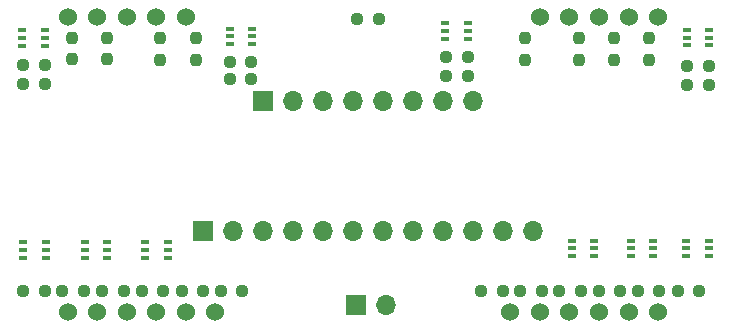
<source format=gbr>
%TF.GenerationSoftware,KiCad,Pcbnew,7.99.0-3522-gc5520b3eef-dirty*%
%TF.CreationDate,2023-12-16T18:02:18+00:00*%
%TF.ProjectId,VFD Replacement,56464420-5265-4706-9c61-63656d656e74,rev?*%
%TF.SameCoordinates,Original*%
%TF.FileFunction,Soldermask,Top*%
%TF.FilePolarity,Negative*%
%FSLAX46Y46*%
G04 Gerber Fmt 4.6, Leading zero omitted, Abs format (unit mm)*
G04 Created by KiCad (PCBNEW 7.99.0-3522-gc5520b3eef-dirty) date 2023-12-16 18:02:18*
%MOMM*%
%LPD*%
G01*
G04 APERTURE LIST*
G04 Aperture macros list*
%AMRoundRect*
0 Rectangle with rounded corners*
0 $1 Rounding radius*
0 $2 $3 $4 $5 $6 $7 $8 $9 X,Y pos of 4 corners*
0 Add a 4 corners polygon primitive as box body*
4,1,4,$2,$3,$4,$5,$6,$7,$8,$9,$2,$3,0*
0 Add four circle primitives for the rounded corners*
1,1,$1+$1,$2,$3*
1,1,$1+$1,$4,$5*
1,1,$1+$1,$6,$7*
1,1,$1+$1,$8,$9*
0 Add four rect primitives between the rounded corners*
20,1,$1+$1,$2,$3,$4,$5,0*
20,1,$1+$1,$4,$5,$6,$7,0*
20,1,$1+$1,$6,$7,$8,$9,0*
20,1,$1+$1,$8,$9,$2,$3,0*%
G04 Aperture macros list end*
%ADD10R,0.650000X0.400000*%
%ADD11RoundRect,0.237500X-0.250000X-0.237500X0.250000X-0.237500X0.250000X0.237500X-0.250000X0.237500X0*%
%ADD12RoundRect,0.237500X0.237500X-0.250000X0.237500X0.250000X-0.237500X0.250000X-0.237500X-0.250000X0*%
%ADD13C,1.524000*%
%ADD14RoundRect,0.237500X0.250000X0.237500X-0.250000X0.237500X-0.250000X-0.237500X0.250000X-0.237500X0*%
%ADD15R,1.700000X1.700000*%
%ADD16O,1.700000X1.700000*%
%ADD17RoundRect,0.237500X-0.237500X0.250000X-0.237500X-0.250000X0.237500X-0.250000X0.237500X0.250000X0*%
G04 APERTURE END LIST*
D10*
%TO.C,Q5*%
X133500000Y-63300000D03*
X133500000Y-63950000D03*
X133500000Y-64600000D03*
X135400000Y-64600000D03*
X135400000Y-63950000D03*
X135400000Y-63300000D03*
%TD*%
D11*
%TO.C,R35*%
X180287500Y-67400000D03*
X182112500Y-67400000D03*
%TD*%
%TO.C,R18*%
X164075000Y-49200000D03*
X165900000Y-49200000D03*
%TD*%
D12*
%TO.C,R1*%
X170800000Y-47825000D03*
X170800000Y-46000000D03*
%TD*%
D13*
%TO.C,J3*%
X132028196Y-69200000D03*
X134528196Y-69200000D03*
X137028196Y-69200000D03*
X139528196Y-69200000D03*
X142028196Y-69200000D03*
X144528196Y-69200000D03*
%TD*%
D14*
%TO.C,R21*%
X130100000Y-49850000D03*
X128275000Y-49850000D03*
%TD*%
D10*
%TO.C,Q4*%
X184400000Y-63150000D03*
X184400000Y-63800000D03*
X184400000Y-64450000D03*
X186300000Y-64450000D03*
X186300000Y-63800000D03*
X186300000Y-63150000D03*
%TD*%
D14*
%TO.C,R36*%
X146812500Y-67400000D03*
X144987500Y-67400000D03*
%TD*%
%TO.C,R32*%
X140125000Y-67400000D03*
X138300000Y-67400000D03*
%TD*%
D10*
%TO.C,Q7*%
X165900000Y-46050000D03*
X165900000Y-45400000D03*
X165900000Y-44750000D03*
X164000000Y-44750000D03*
X164000000Y-45400000D03*
X164000000Y-46050000D03*
%TD*%
D11*
%TO.C,R20*%
X184475000Y-48400000D03*
X186300000Y-48400000D03*
%TD*%
D14*
%TO.C,R24*%
X147600000Y-49500000D03*
X145775000Y-49500000D03*
%TD*%
D10*
%TO.C,Q6*%
X179700000Y-63150000D03*
X179700000Y-63800000D03*
X179700000Y-64450000D03*
X181600000Y-64450000D03*
X181600000Y-63800000D03*
X181600000Y-63150000D03*
%TD*%
D13*
%TO.C,J1*%
X132028196Y-44200000D03*
X134528196Y-44200000D03*
X137028196Y-44200000D03*
X139528196Y-44200000D03*
X142028196Y-44200000D03*
%TD*%
D15*
%TO.C,J5*%
X156460000Y-68600000D03*
D16*
X159000000Y-68600000D03*
%TD*%
D17*
%TO.C,R5*%
X132400000Y-45975000D03*
X132400000Y-47800000D03*
%TD*%
D13*
%TO.C,J4*%
X169525000Y-69200000D03*
X172025000Y-69200000D03*
X174525000Y-69200000D03*
X177025000Y-69200000D03*
X179525000Y-69200000D03*
X182025000Y-69200000D03*
%TD*%
D10*
%TO.C,Q1*%
X128300000Y-63300000D03*
X128300000Y-63950000D03*
X128300000Y-64600000D03*
X130200000Y-64600000D03*
X130200000Y-63950000D03*
X130200000Y-63300000D03*
%TD*%
D14*
%TO.C,R30*%
X136812500Y-67400000D03*
X134987500Y-67400000D03*
%TD*%
D17*
%TO.C,R3*%
X178300000Y-46000000D03*
X178300000Y-47825000D03*
%TD*%
D10*
%TO.C,Q8*%
X186375000Y-46600000D03*
X186375000Y-45950000D03*
X186375000Y-45300000D03*
X184475000Y-45300000D03*
X184475000Y-45950000D03*
X184475000Y-46600000D03*
%TD*%
%TO.C,Q10*%
X145750000Y-45200000D03*
X145750000Y-45850000D03*
X145750000Y-46500000D03*
X147650000Y-46500000D03*
X147650000Y-45850000D03*
X147650000Y-45200000D03*
%TD*%
%TO.C,Q2*%
X138600000Y-63300000D03*
X138600000Y-63950000D03*
X138600000Y-64600000D03*
X140500000Y-64600000D03*
X140500000Y-63950000D03*
X140500000Y-63300000D03*
%TD*%
D13*
%TO.C,J2*%
X172028196Y-44200000D03*
X174528196Y-44200000D03*
X177028196Y-44200000D03*
X179528196Y-44200000D03*
X182028196Y-44200000D03*
%TD*%
D11*
%TO.C,R37*%
X183675000Y-67400000D03*
X185500000Y-67400000D03*
%TD*%
D10*
%TO.C,Q9*%
X130100000Y-46650000D03*
X130100000Y-46000000D03*
X130100000Y-45350000D03*
X128200000Y-45350000D03*
X128200000Y-46000000D03*
X128200000Y-46650000D03*
%TD*%
D14*
%TO.C,R22*%
X130125000Y-48250000D03*
X128300000Y-48250000D03*
%TD*%
%TO.C,R34*%
X143512500Y-67400000D03*
X141687500Y-67400000D03*
%TD*%
D11*
%TO.C,R33*%
X176987500Y-67400000D03*
X178812500Y-67400000D03*
%TD*%
%TO.C,R27*%
X167075000Y-67400000D03*
X168900000Y-67400000D03*
%TD*%
D10*
%TO.C,Q3*%
X174700000Y-63150000D03*
X174700000Y-63800000D03*
X174700000Y-64450000D03*
X176600000Y-64450000D03*
X176600000Y-63800000D03*
X176600000Y-63150000D03*
%TD*%
D17*
%TO.C,R7*%
X142900000Y-46000000D03*
X142900000Y-47825000D03*
%TD*%
D11*
%TO.C,R29*%
X170375000Y-67400000D03*
X172200000Y-67400000D03*
%TD*%
D14*
%TO.C,R25*%
X158400000Y-44400000D03*
X156575000Y-44400000D03*
%TD*%
D11*
%TO.C,R17*%
X164075000Y-47600000D03*
X165900000Y-47600000D03*
%TD*%
D15*
%TO.C,U1*%
X148580000Y-51300000D03*
D16*
X151120000Y-51300000D03*
X153660000Y-51300000D03*
X156200000Y-51300000D03*
X158740000Y-51300000D03*
X161280000Y-51300000D03*
X163820000Y-51300000D03*
X166360000Y-51300000D03*
D15*
X143480000Y-62300000D03*
D16*
X146020000Y-62300000D03*
X148560000Y-62300000D03*
X151100000Y-62300000D03*
X153640000Y-62300000D03*
X156180000Y-62300000D03*
X158720000Y-62300000D03*
X161260000Y-62300000D03*
X163800000Y-62300000D03*
X166340000Y-62300000D03*
X168880000Y-62300000D03*
X171420000Y-62300000D03*
%TD*%
D11*
%TO.C,R19*%
X184475000Y-50000000D03*
X186300000Y-50000000D03*
%TD*%
D17*
%TO.C,R8*%
X139900000Y-46025000D03*
X139900000Y-47850000D03*
%TD*%
D14*
%TO.C,R23*%
X147600000Y-48000000D03*
X145775000Y-48000000D03*
%TD*%
D11*
%TO.C,R31*%
X173675000Y-67400000D03*
X175500000Y-67400000D03*
%TD*%
D17*
%TO.C,R6*%
X135400000Y-45975000D03*
X135400000Y-47800000D03*
%TD*%
D14*
%TO.C,R26*%
X130100000Y-67400000D03*
X128275000Y-67400000D03*
%TD*%
D17*
%TO.C,R2*%
X175300000Y-46000000D03*
X175300000Y-47825000D03*
%TD*%
%TO.C,R4*%
X181300000Y-46000000D03*
X181300000Y-47825000D03*
%TD*%
D14*
%TO.C,R28*%
X133425000Y-67400000D03*
X131600000Y-67400000D03*
%TD*%
M02*

</source>
